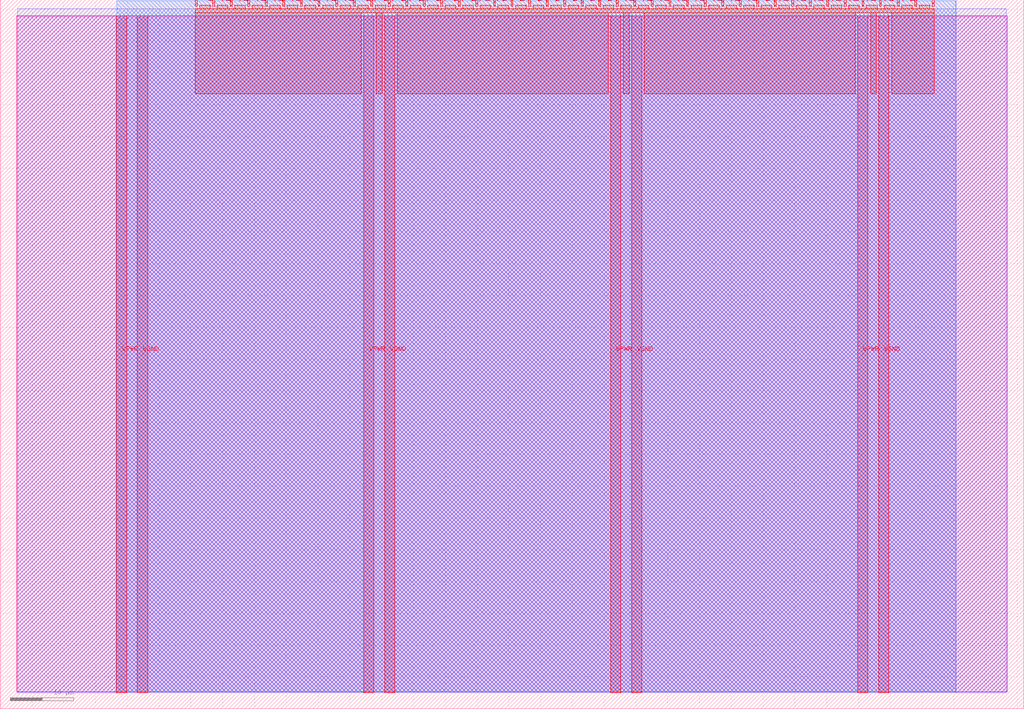
<source format=lef>
VERSION 5.7 ;
  NOWIREEXTENSIONATPIN ON ;
  DIVIDERCHAR "/" ;
  BUSBITCHARS "[]" ;
MACRO tt_um_minirisc
  CLASS BLOCK ;
  FOREIGN tt_um_minirisc ;
  ORIGIN 0.000 0.000 ;
  SIZE 161.000 BY 111.520 ;
  PIN VGND
    DIRECTION INOUT ;
    USE GROUND ;
    PORT
      LAYER met4 ;
        RECT 21.580 2.480 23.180 109.040 ;
    END
    PORT
      LAYER met4 ;
        RECT 60.450 2.480 62.050 109.040 ;
    END
    PORT
      LAYER met4 ;
        RECT 99.320 2.480 100.920 109.040 ;
    END
    PORT
      LAYER met4 ;
        RECT 138.190 2.480 139.790 109.040 ;
    END
  END VGND
  PIN VPWR
    DIRECTION INOUT ;
    USE POWER ;
    PORT
      LAYER met4 ;
        RECT 18.280 2.480 19.880 109.040 ;
    END
    PORT
      LAYER met4 ;
        RECT 57.150 2.480 58.750 109.040 ;
    END
    PORT
      LAYER met4 ;
        RECT 96.020 2.480 97.620 109.040 ;
    END
    PORT
      LAYER met4 ;
        RECT 134.890 2.480 136.490 109.040 ;
    END
  END VPWR
  PIN clk
    DIRECTION INPUT ;
    USE SIGNAL ;
    ANTENNAGATEAREA 0.852000 ;
    PORT
      LAYER met4 ;
        RECT 143.830 110.520 144.130 111.520 ;
    END
  END clk
  PIN ena
    DIRECTION INPUT ;
    USE SIGNAL ;
    ANTENNAGATEAREA 0.196500 ;
    PORT
      LAYER met4 ;
        RECT 146.590 110.520 146.890 111.520 ;
    END
  END ena
  PIN rst_n
    DIRECTION INPUT ;
    USE SIGNAL ;
    ANTENNAGATEAREA 0.196500 ;
    PORT
      LAYER met4 ;
        RECT 141.070 110.520 141.370 111.520 ;
    END
  END rst_n
  PIN ui_in[0]
    DIRECTION INPUT ;
    USE SIGNAL ;
    ANTENNAGATEAREA 0.196500 ;
    PORT
      LAYER met4 ;
        RECT 138.310 110.520 138.610 111.520 ;
    END
  END ui_in[0]
  PIN ui_in[1]
    DIRECTION INPUT ;
    USE SIGNAL ;
    ANTENNAGATEAREA 0.196500 ;
    PORT
      LAYER met4 ;
        RECT 135.550 110.520 135.850 111.520 ;
    END
  END ui_in[1]
  PIN ui_in[2]
    DIRECTION INPUT ;
    USE SIGNAL ;
    ANTENNAGATEAREA 0.196500 ;
    PORT
      LAYER met4 ;
        RECT 132.790 110.520 133.090 111.520 ;
    END
  END ui_in[2]
  PIN ui_in[3]
    DIRECTION INPUT ;
    USE SIGNAL ;
    ANTENNAGATEAREA 0.196500 ;
    PORT
      LAYER met4 ;
        RECT 130.030 110.520 130.330 111.520 ;
    END
  END ui_in[3]
  PIN ui_in[4]
    DIRECTION INPUT ;
    USE SIGNAL ;
    ANTENNAGATEAREA 0.196500 ;
    PORT
      LAYER met4 ;
        RECT 127.270 110.520 127.570 111.520 ;
    END
  END ui_in[4]
  PIN ui_in[5]
    DIRECTION INPUT ;
    USE SIGNAL ;
    ANTENNAGATEAREA 0.196500 ;
    PORT
      LAYER met4 ;
        RECT 124.510 110.520 124.810 111.520 ;
    END
  END ui_in[5]
  PIN ui_in[6]
    DIRECTION INPUT ;
    USE SIGNAL ;
    ANTENNAGATEAREA 0.196500 ;
    PORT
      LAYER met4 ;
        RECT 121.750 110.520 122.050 111.520 ;
    END
  END ui_in[6]
  PIN ui_in[7]
    DIRECTION INPUT ;
    USE SIGNAL ;
    ANTENNAGATEAREA 0.196500 ;
    PORT
      LAYER met4 ;
        RECT 118.990 110.520 119.290 111.520 ;
    END
  END ui_in[7]
  PIN uio_in[0]
    DIRECTION INPUT ;
    USE SIGNAL ;
    PORT
      LAYER met4 ;
        RECT 116.230 110.520 116.530 111.520 ;
    END
  END uio_in[0]
  PIN uio_in[1]
    DIRECTION INPUT ;
    USE SIGNAL ;
    PORT
      LAYER met4 ;
        RECT 113.470 110.520 113.770 111.520 ;
    END
  END uio_in[1]
  PIN uio_in[2]
    DIRECTION INPUT ;
    USE SIGNAL ;
    PORT
      LAYER met4 ;
        RECT 110.710 110.520 111.010 111.520 ;
    END
  END uio_in[2]
  PIN uio_in[3]
    DIRECTION INPUT ;
    USE SIGNAL ;
    PORT
      LAYER met4 ;
        RECT 107.950 110.520 108.250 111.520 ;
    END
  END uio_in[3]
  PIN uio_in[4]
    DIRECTION INPUT ;
    USE SIGNAL ;
    PORT
      LAYER met4 ;
        RECT 105.190 110.520 105.490 111.520 ;
    END
  END uio_in[4]
  PIN uio_in[5]
    DIRECTION INPUT ;
    USE SIGNAL ;
    PORT
      LAYER met4 ;
        RECT 102.430 110.520 102.730 111.520 ;
    END
  END uio_in[5]
  PIN uio_in[6]
    DIRECTION INPUT ;
    USE SIGNAL ;
    PORT
      LAYER met4 ;
        RECT 99.670 110.520 99.970 111.520 ;
    END
  END uio_in[6]
  PIN uio_in[7]
    DIRECTION INPUT ;
    USE SIGNAL ;
    PORT
      LAYER met4 ;
        RECT 96.910 110.520 97.210 111.520 ;
    END
  END uio_in[7]
  PIN uio_oe[0]
    DIRECTION OUTPUT ;
    USE SIGNAL ;
    PORT
      LAYER met4 ;
        RECT 49.990 110.520 50.290 111.520 ;
    END
  END uio_oe[0]
  PIN uio_oe[1]
    DIRECTION OUTPUT ;
    USE SIGNAL ;
    PORT
      LAYER met4 ;
        RECT 47.230 110.520 47.530 111.520 ;
    END
  END uio_oe[1]
  PIN uio_oe[2]
    DIRECTION OUTPUT ;
    USE SIGNAL ;
    PORT
      LAYER met4 ;
        RECT 44.470 110.520 44.770 111.520 ;
    END
  END uio_oe[2]
  PIN uio_oe[3]
    DIRECTION OUTPUT ;
    USE SIGNAL ;
    PORT
      LAYER met4 ;
        RECT 41.710 110.520 42.010 111.520 ;
    END
  END uio_oe[3]
  PIN uio_oe[4]
    DIRECTION OUTPUT ;
    USE SIGNAL ;
    PORT
      LAYER met4 ;
        RECT 38.950 110.520 39.250 111.520 ;
    END
  END uio_oe[4]
  PIN uio_oe[5]
    DIRECTION OUTPUT ;
    USE SIGNAL ;
    PORT
      LAYER met4 ;
        RECT 36.190 110.520 36.490 111.520 ;
    END
  END uio_oe[5]
  PIN uio_oe[6]
    DIRECTION OUTPUT ;
    USE SIGNAL ;
    PORT
      LAYER met4 ;
        RECT 33.430 110.520 33.730 111.520 ;
    END
  END uio_oe[6]
  PIN uio_oe[7]
    DIRECTION OUTPUT ;
    USE SIGNAL ;
    PORT
      LAYER met4 ;
        RECT 30.670 110.520 30.970 111.520 ;
    END
  END uio_oe[7]
  PIN uio_out[0]
    DIRECTION OUTPUT ;
    USE SIGNAL ;
    ANTENNAGATEAREA 0.868500 ;
    ANTENNADIFFAREA 0.891000 ;
    PORT
      LAYER met4 ;
        RECT 72.070 110.520 72.370 111.520 ;
    END
  END uio_out[0]
  PIN uio_out[1]
    DIRECTION OUTPUT ;
    USE SIGNAL ;
    ANTENNAGATEAREA 0.747000 ;
    ANTENNADIFFAREA 0.891000 ;
    PORT
      LAYER met4 ;
        RECT 69.310 110.520 69.610 111.520 ;
    END
  END uio_out[1]
  PIN uio_out[2]
    DIRECTION OUTPUT ;
    USE SIGNAL ;
    ANTENNAGATEAREA 0.994500 ;
    ANTENNADIFFAREA 0.891000 ;
    PORT
      LAYER met4 ;
        RECT 66.550 110.520 66.850 111.520 ;
    END
  END uio_out[2]
  PIN uio_out[3]
    DIRECTION OUTPUT ;
    USE SIGNAL ;
    PORT
      LAYER met4 ;
        RECT 63.790 110.520 64.090 111.520 ;
    END
  END uio_out[3]
  PIN uio_out[4]
    DIRECTION OUTPUT ;
    USE SIGNAL ;
    PORT
      LAYER met4 ;
        RECT 61.030 110.520 61.330 111.520 ;
    END
  END uio_out[4]
  PIN uio_out[5]
    DIRECTION OUTPUT ;
    USE SIGNAL ;
    PORT
      LAYER met4 ;
        RECT 58.270 110.520 58.570 111.520 ;
    END
  END uio_out[5]
  PIN uio_out[6]
    DIRECTION OUTPUT ;
    USE SIGNAL ;
    PORT
      LAYER met4 ;
        RECT 55.510 110.520 55.810 111.520 ;
    END
  END uio_out[6]
  PIN uio_out[7]
    DIRECTION OUTPUT ;
    USE SIGNAL ;
    PORT
      LAYER met4 ;
        RECT 52.750 110.520 53.050 111.520 ;
    END
  END uio_out[7]
  PIN uo_out[0]
    DIRECTION OUTPUT ;
    USE SIGNAL ;
    ANTENNAGATEAREA 1.732500 ;
    ANTENNADIFFAREA 0.891000 ;
    PORT
      LAYER met4 ;
        RECT 94.150 110.520 94.450 111.520 ;
    END
  END uo_out[0]
  PIN uo_out[1]
    DIRECTION OUTPUT ;
    USE SIGNAL ;
    ANTENNAGATEAREA 0.621000 ;
    ANTENNADIFFAREA 0.891000 ;
    PORT
      LAYER met4 ;
        RECT 91.390 110.520 91.690 111.520 ;
    END
  END uo_out[1]
  PIN uo_out[2]
    DIRECTION OUTPUT ;
    USE SIGNAL ;
    ANTENNAGATEAREA 0.868500 ;
    ANTENNADIFFAREA 0.891000 ;
    PORT
      LAYER met4 ;
        RECT 88.630 110.520 88.930 111.520 ;
    END
  END uo_out[2]
  PIN uo_out[3]
    DIRECTION OUTPUT ;
    USE SIGNAL ;
    ANTENNAGATEAREA 0.990000 ;
    ANTENNADIFFAREA 0.891000 ;
    PORT
      LAYER met4 ;
        RECT 85.870 110.520 86.170 111.520 ;
    END
  END uo_out[3]
  PIN uo_out[4]
    DIRECTION OUTPUT ;
    USE SIGNAL ;
    ANTENNAGATEAREA 0.868500 ;
    ANTENNADIFFAREA 0.891000 ;
    PORT
      LAYER met4 ;
        RECT 83.110 110.520 83.410 111.520 ;
    END
  END uo_out[4]
  PIN uo_out[5]
    DIRECTION OUTPUT ;
    USE SIGNAL ;
    ANTENNAGATEAREA 0.990000 ;
    ANTENNADIFFAREA 0.891000 ;
    PORT
      LAYER met4 ;
        RECT 80.350 110.520 80.650 111.520 ;
    END
  END uo_out[5]
  PIN uo_out[6]
    DIRECTION OUTPUT ;
    USE SIGNAL ;
    ANTENNAGATEAREA 0.621000 ;
    ANTENNADIFFAREA 0.891000 ;
    PORT
      LAYER met4 ;
        RECT 77.590 110.520 77.890 111.520 ;
    END
  END uo_out[6]
  PIN uo_out[7]
    DIRECTION OUTPUT ;
    USE SIGNAL ;
    ANTENNAGATEAREA 0.621000 ;
    ANTENNADIFFAREA 0.891000 ;
    PORT
      LAYER met4 ;
        RECT 74.830 110.520 75.130 111.520 ;
    END
  END uo_out[7]
  OBS
      LAYER nwell ;
        RECT 2.570 2.635 158.430 108.990 ;
      LAYER li1 ;
        RECT 2.760 2.635 158.240 108.885 ;
      LAYER met1 ;
        RECT 2.760 2.480 158.240 110.120 ;
      LAYER met2 ;
        RECT 18.310 2.535 150.330 111.365 ;
      LAYER met3 ;
        RECT 18.290 2.555 150.355 111.345 ;
      LAYER met4 ;
        RECT 31.370 110.120 33.030 110.665 ;
        RECT 34.130 110.120 35.790 110.665 ;
        RECT 36.890 110.120 38.550 110.665 ;
        RECT 39.650 110.120 41.310 110.665 ;
        RECT 42.410 110.120 44.070 110.665 ;
        RECT 45.170 110.120 46.830 110.665 ;
        RECT 47.930 110.120 49.590 110.665 ;
        RECT 50.690 110.120 52.350 110.665 ;
        RECT 53.450 110.120 55.110 110.665 ;
        RECT 56.210 110.120 57.870 110.665 ;
        RECT 58.970 110.120 60.630 110.665 ;
        RECT 61.730 110.120 63.390 110.665 ;
        RECT 64.490 110.120 66.150 110.665 ;
        RECT 67.250 110.120 68.910 110.665 ;
        RECT 70.010 110.120 71.670 110.665 ;
        RECT 72.770 110.120 74.430 110.665 ;
        RECT 75.530 110.120 77.190 110.665 ;
        RECT 78.290 110.120 79.950 110.665 ;
        RECT 81.050 110.120 82.710 110.665 ;
        RECT 83.810 110.120 85.470 110.665 ;
        RECT 86.570 110.120 88.230 110.665 ;
        RECT 89.330 110.120 90.990 110.665 ;
        RECT 92.090 110.120 93.750 110.665 ;
        RECT 94.850 110.120 96.510 110.665 ;
        RECT 97.610 110.120 99.270 110.665 ;
        RECT 100.370 110.120 102.030 110.665 ;
        RECT 103.130 110.120 104.790 110.665 ;
        RECT 105.890 110.120 107.550 110.665 ;
        RECT 108.650 110.120 110.310 110.665 ;
        RECT 111.410 110.120 113.070 110.665 ;
        RECT 114.170 110.120 115.830 110.665 ;
        RECT 116.930 110.120 118.590 110.665 ;
        RECT 119.690 110.120 121.350 110.665 ;
        RECT 122.450 110.120 124.110 110.665 ;
        RECT 125.210 110.120 126.870 110.665 ;
        RECT 127.970 110.120 129.630 110.665 ;
        RECT 130.730 110.120 132.390 110.665 ;
        RECT 133.490 110.120 135.150 110.665 ;
        RECT 136.250 110.120 137.910 110.665 ;
        RECT 139.010 110.120 140.670 110.665 ;
        RECT 141.770 110.120 143.430 110.665 ;
        RECT 144.530 110.120 146.190 110.665 ;
        RECT 30.655 109.440 146.905 110.120 ;
        RECT 30.655 96.735 56.750 109.440 ;
        RECT 59.150 96.735 60.050 109.440 ;
        RECT 62.450 96.735 95.620 109.440 ;
        RECT 98.020 96.735 98.920 109.440 ;
        RECT 101.320 96.735 134.490 109.440 ;
        RECT 136.890 96.735 137.790 109.440 ;
        RECT 140.190 96.735 146.905 109.440 ;
  END
END tt_um_minirisc
END LIBRARY


</source>
